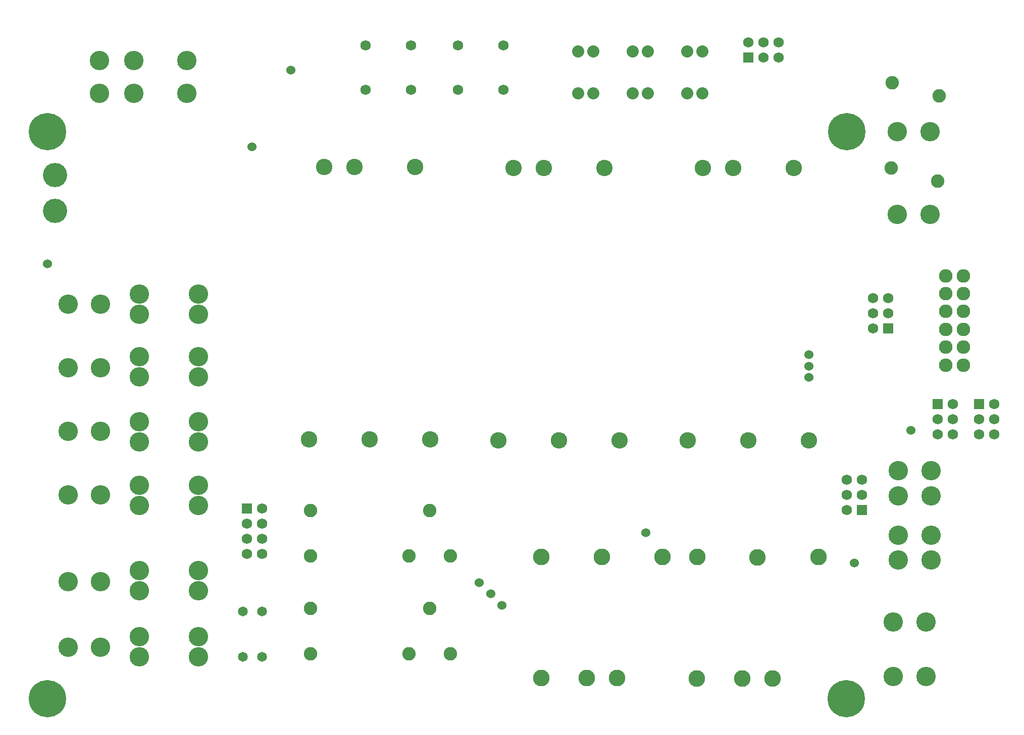
<source format=gbs>
%TF.GenerationSoftware,KiCad,Pcbnew,7.0.2*%
%TF.CreationDate,2023-09-23T19:56:34-04:00*%
%TF.ProjectId,Power Distribution Board,506f7765-7220-4446-9973-747269627574,rev?*%
%TF.SameCoordinates,PX3c7dd70PY9e91430*%
%TF.FileFunction,Soldermask,Bot*%
%TF.FilePolarity,Negative*%
%FSLAX46Y46*%
G04 Gerber Fmt 4.6, Leading zero omitted, Abs format (unit mm)*
G04 Created by KiCad (PCBNEW 7.0.2) date 2023-09-23 19:56:34*
%MOMM*%
%LPD*%
G01*
G04 APERTURE LIST*
G04 Aperture macros list*
%AMRoundRect*
0 Rectangle with rounded corners*
0 $1 Rounding radius*
0 $2 $3 $4 $5 $6 $7 $8 $9 X,Y pos of 4 corners*
0 Add a 4 corners polygon primitive as box body*
4,1,4,$2,$3,$4,$5,$6,$7,$8,$9,$2,$3,0*
0 Add four circle primitives for the rounded corners*
1,1,$1+$1,$2,$3*
1,1,$1+$1,$4,$5*
1,1,$1+$1,$6,$7*
1,1,$1+$1,$8,$9*
0 Add four rect primitives between the rounded corners*
20,1,$1+$1,$2,$3,$4,$5,0*
20,1,$1+$1,$4,$5,$6,$7,0*
20,1,$1+$1,$6,$7,$8,$9,0*
20,1,$1+$1,$8,$9,$2,$3,0*%
G04 Aperture macros list end*
%ADD10C,2.754000*%
%ADD11RoundRect,0.127000X-0.750000X-0.750000X0.750000X-0.750000X0.750000X0.750000X-0.750000X0.750000X0*%
%ADD12C,1.754000*%
%ADD13C,1.654000*%
%ADD14C,2.254000*%
%ADD15C,3.254000*%
%ADD16C,0.001000*%
%ADD17C,4.064000*%
%ADD18RoundRect,0.127000X0.750000X-0.750000X0.750000X0.750000X-0.750000X0.750000X-0.750000X-0.750000X0*%
%ADD19C,2.032000*%
%ADD20C,2.794000*%
%ADD21RoundRect,0.127000X-0.750000X0.750000X-0.750000X-0.750000X0.750000X-0.750000X0.750000X0.750000X0*%
%ADD22C,2.286000*%
%ADD23C,6.254000*%
%ADD24C,1.524000*%
G04 APERTURE END LIST*
D10*
%TO.C,U1*%
X55276899Y92419501D03*
X60356899Y92419501D03*
X70516899Y92419501D03*
X52736899Y46699501D03*
X62896899Y46699501D03*
X73056899Y46699501D03*
%TD*%
D11*
%TO.C,P17*%
X126396899Y110834501D03*
D12*
X126396899Y113374501D03*
X128936899Y110834501D03*
X128936899Y113374501D03*
X131476899Y110834501D03*
X131476899Y113374501D03*
%TD*%
D13*
%TO.C,R2*%
X44812099Y17895901D03*
X44812099Y10275901D03*
%TD*%
D12*
%TO.C,L2*%
X85286900Y112893701D03*
X77666900Y112893701D03*
X85286900Y105393701D03*
X77666900Y105393701D03*
%TD*%
D10*
%TO.C,U2*%
X87026899Y92317901D03*
X92106899Y92317901D03*
X102266899Y92317901D03*
X84486899Y46597901D03*
X94646899Y46597901D03*
X104806899Y46597901D03*
%TD*%
D14*
%TO.C,RT1*%
X158324699Y104433701D03*
X150524699Y106583701D03*
%TD*%
D15*
%TO.C,F4*%
X24212699Y39025101D03*
X24212699Y35625101D03*
X34122700Y39025101D03*
X34122700Y35625101D03*
%TD*%
D16*
%TO.C,P2*%
X32188300Y117601100D03*
D15*
X32188300Y110301100D03*
X32188300Y104801100D03*
%TD*%
D17*
%TO.C,P5*%
X10141099Y85078901D03*
X10141099Y91078901D03*
%TD*%
D15*
%TO.C,F2*%
X24212699Y60615101D03*
X24212699Y57215101D03*
X34122700Y60615101D03*
X34122700Y57215101D03*
%TD*%
D16*
%TO.C,P8*%
X164126099Y98388501D03*
D15*
X156826099Y98388501D03*
X151326099Y98388501D03*
%TD*%
%TO.C,F3*%
X24212699Y49693101D03*
X24212699Y46293101D03*
X34122700Y49693101D03*
X34122700Y46293101D03*
%TD*%
D18*
%TO.C,P12*%
X145396099Y34913901D03*
D12*
X142856099Y34913901D03*
X145396099Y37453901D03*
X142856099Y37453901D03*
X145396099Y39993901D03*
X142856099Y39993901D03*
%TD*%
D16*
%TO.C,P15*%
X163491099Y16067101D03*
D15*
X156191099Y16067101D03*
X150691099Y16067101D03*
%TD*%
D19*
%TO.C,P21*%
X116150699Y111873109D03*
X118690699Y111873109D03*
%TD*%
D20*
%TO.C,U5*%
X130460899Y6643701D03*
X125380899Y6643701D03*
X138120899Y27003701D03*
X127920899Y26963701D03*
X117800899Y27003701D03*
X117760899Y6643701D03*
%TD*%
D21*
%TO.C,P9*%
X165081099Y52633311D03*
D12*
X167621099Y52633311D03*
X165081099Y50093311D03*
X167621099Y50093311D03*
X165081099Y47553311D03*
X167621099Y47553311D03*
%TD*%
D19*
%TO.C,P26*%
X97837299Y111873109D03*
X100377299Y111873109D03*
%TD*%
D16*
%TO.C,P4*%
X4974699Y48113432D03*
D15*
X12274699Y48113432D03*
X17774699Y48113432D03*
%TD*%
D21*
%TO.C,P19*%
X42272099Y35167901D03*
D12*
X44812099Y35167901D03*
X42272099Y32627901D03*
X44812099Y32627901D03*
X42272099Y30087901D03*
X44812099Y30087901D03*
X42272099Y27547901D03*
X44812099Y27547901D03*
%TD*%
D20*
%TO.C,U4*%
X104349700Y6694500D03*
X99269700Y6694500D03*
X112009700Y27054500D03*
X101809700Y27014500D03*
X91689700Y27054500D03*
X91649700Y6694500D03*
%TD*%
D12*
%TO.C,L1*%
X69792900Y112893701D03*
X62172900Y112893701D03*
X69792900Y105393701D03*
X62172900Y105393701D03*
%TD*%
D16*
%TO.C,P6*%
X4974699Y37453901D03*
D15*
X12274699Y37453901D03*
X17774699Y37453901D03*
%TD*%
D13*
%TO.C,R1*%
X41637099Y17895901D03*
X41637099Y10275901D03*
%TD*%
D14*
%TO.C,K2*%
X69440099Y10783901D03*
X72940099Y18383901D03*
X76440099Y10783901D03*
X52940099Y18383901D03*
X52940099Y10783901D03*
%TD*%
D19*
%TO.C,P25*%
X97786499Y104786509D03*
X100326499Y104786509D03*
%TD*%
D16*
%TO.C,P11*%
X4974699Y22899701D03*
D15*
X12274699Y22899701D03*
X17774699Y22899701D03*
%TD*%
D19*
%TO.C,P22*%
X107006699Y111873109D03*
X109546699Y111873109D03*
%TD*%
%TO.C,P20*%
X116099899Y104786509D03*
X118639899Y104786509D03*
%TD*%
D16*
%TO.C,P3*%
X4974699Y58772964D03*
D15*
X12274699Y58772964D03*
X17774699Y58772964D03*
%TD*%
D16*
%TO.C,P7*%
X20448301Y117601100D03*
D15*
X23298300Y110301100D03*
X23298300Y104801100D03*
X17598301Y110301100D03*
X17598301Y104801100D03*
%TD*%
D16*
%TO.C,P10*%
X164126099Y84520101D03*
D15*
X156826099Y84520101D03*
X151326099Y84520101D03*
%TD*%
D16*
%TO.C,P18*%
X164336099Y39358901D03*
D15*
X157036099Y41458899D03*
X157036099Y37258900D03*
X151536099Y41458899D03*
X151536099Y37258900D03*
%TD*%
%TO.C,F1*%
X24212699Y71157724D03*
X24212699Y67757724D03*
X34122700Y71157724D03*
X34122700Y67757724D03*
%TD*%
D16*
%TO.C,P28*%
X4974699Y11850701D03*
D15*
X12274699Y11850701D03*
X17774699Y11850701D03*
%TD*%
D14*
%TO.C,K1*%
X69440099Y27166901D03*
X72940099Y34766901D03*
X76440099Y27166901D03*
X52940099Y34766901D03*
X52940099Y27166901D03*
%TD*%
D18*
%TO.C,P13*%
X149841099Y65393901D03*
D12*
X147301099Y65393901D03*
X149841099Y67933901D03*
X147301099Y67933901D03*
X149841099Y70473901D03*
X147301099Y70473901D03*
%TD*%
D10*
%TO.C,U3*%
X118776899Y92317901D03*
X123856899Y92317901D03*
X134016899Y92317901D03*
X116236899Y46597901D03*
X126396899Y46597901D03*
X136556899Y46597901D03*
%TD*%
D16*
%TO.C,P23*%
X166784898Y61365613D03*
X166784898Y72045612D03*
D22*
X162464899Y59205612D03*
X159464900Y59205612D03*
X162464899Y62205611D03*
X159464900Y62205611D03*
X162464899Y65205610D03*
X159464900Y65205610D03*
X162464899Y68205610D03*
X159464900Y68205610D03*
X162464899Y71205609D03*
X159464900Y71205609D03*
X162464899Y74205608D03*
X159464900Y74205608D03*
%TD*%
D21*
%TO.C,P14*%
X158096099Y52633311D03*
D12*
X160636099Y52633311D03*
X158096099Y50093311D03*
X160636099Y50093311D03*
X158096099Y47553311D03*
X160636099Y47553311D03*
%TD*%
D16*
%TO.C,P29*%
X163491099Y6973901D03*
D15*
X156191099Y6973901D03*
X150691099Y6973901D03*
%TD*%
D19*
%TO.C,P27*%
X106955899Y104786509D03*
X109495899Y104786509D03*
%TD*%
D15*
%TO.C,F6*%
X24212699Y13675901D03*
X24212699Y10275901D03*
X34122700Y13675901D03*
X34122700Y10275901D03*
%TD*%
D16*
%TO.C,P1*%
X4974699Y69432496D03*
D15*
X12274699Y69432496D03*
X17774699Y69432496D03*
%TD*%
%TO.C,F5*%
X24212699Y24750301D03*
X24212699Y21350301D03*
X34122700Y24750301D03*
X34122700Y21350301D03*
%TD*%
D14*
%TO.C,RT2*%
X158146899Y90108101D03*
X150346899Y92258101D03*
%TD*%
D16*
%TO.C,P16*%
X164336099Y28563901D03*
D15*
X157036099Y30663899D03*
X157036099Y26463900D03*
X151536099Y30663899D03*
X151536099Y26463900D03*
%TD*%
D23*
X142801099Y3191122D03*
X8871114Y3191122D03*
X8871114Y98381076D03*
X142871099Y98381076D03*
D24*
X49629572Y108749973D03*
X153651099Y48248901D03*
X109201099Y31103901D03*
X144126099Y26023901D03*
X136506099Y60948901D03*
X83166099Y20816901D03*
X85071099Y18911901D03*
X81261099Y22721901D03*
X136506099Y59043901D03*
X136506099Y57138901D03*
X8871099Y76188903D03*
X43161099Y95873901D03*
M02*

</source>
